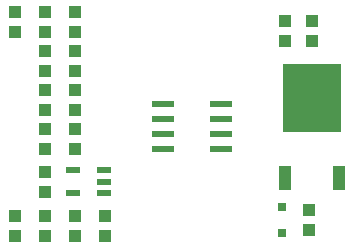
<source format=gbr>
G04 EAGLE Gerber RS-274X export*
G75*
%MOMM*%
%FSLAX34Y34*%
%LPD*%
%INSolderpaste Top*%
%IPPOS*%
%AMOC8*
5,1,8,0,0,1.08239X$1,22.5*%
G01*
%ADD10R,1.000000X1.100000*%
%ADD11R,0.800000X0.800000*%
%ADD12R,1.000000X2.100000*%
%ADD13R,4.900000X5.850000*%
%ADD14R,1.150000X0.600000*%
%ADD15R,1.981200X0.558800*%
%ADD16R,1.100000X1.000000*%


D10*
X327660Y65160D03*
X327660Y82160D03*
X330200Y242180D03*
X330200Y225180D03*
X78740Y60080D03*
X78740Y77080D03*
X307340Y242180D03*
X307340Y225180D03*
D11*
X304800Y62660D03*
X304800Y84660D03*
D12*
X307400Y108900D03*
X353000Y108900D03*
D13*
X330200Y176900D03*
D14*
X153970Y96280D03*
X153970Y105780D03*
X153970Y115280D03*
X127970Y115280D03*
X127970Y96280D03*
D15*
X253238Y133350D03*
X253238Y146050D03*
X253238Y158750D03*
X253238Y171450D03*
X203962Y171450D03*
X203962Y158750D03*
X203962Y146050D03*
X203962Y133350D03*
D16*
X78740Y232800D03*
X78740Y249800D03*
X104140Y97280D03*
X104140Y114280D03*
X129540Y77080D03*
X129540Y60080D03*
X104140Y60080D03*
X104140Y77080D03*
X154940Y60080D03*
X154940Y77080D03*
X104140Y249800D03*
X104140Y232800D03*
X129540Y249800D03*
X129540Y232800D03*
X129540Y199780D03*
X129540Y216780D03*
X104140Y199780D03*
X104140Y216780D03*
X104140Y166760D03*
X104140Y183760D03*
X129540Y183760D03*
X129540Y166760D03*
X129540Y150740D03*
X129540Y133740D03*
X104140Y150740D03*
X104140Y133740D03*
M02*

</source>
